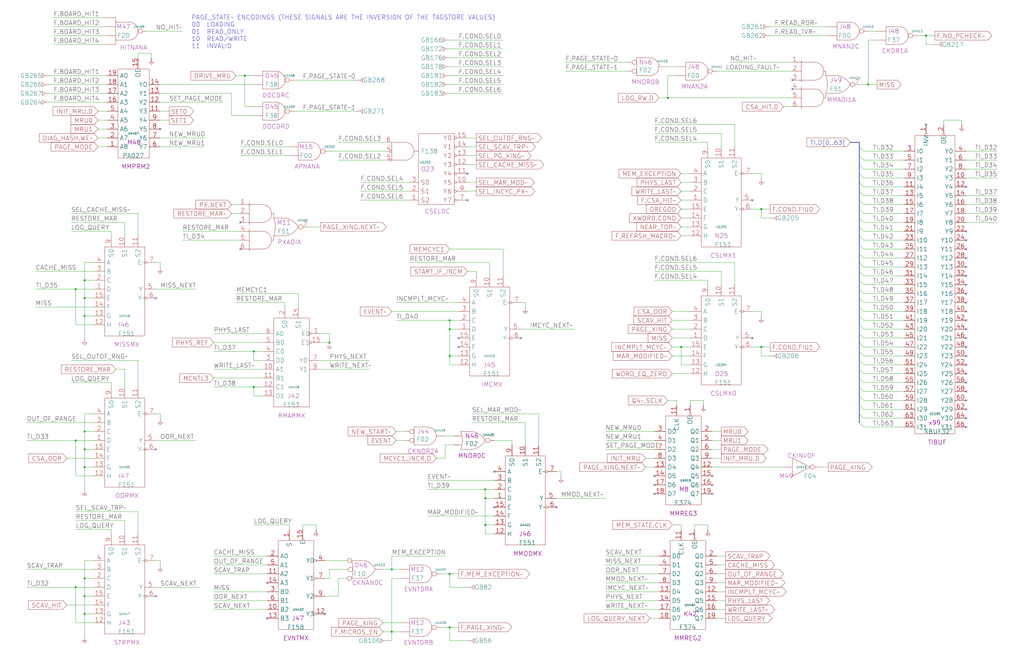
<source format=kicad_sch>
(kicad_sch (version 20230121) (generator eeschema)
  (paper "User" 584.2 378.46)
  (title_block (title "MEMORY WRITE MONITOR") (date "20-MAR-90") (rev "1.0") (comment 1 "FIU") (comment 2 "232-003065") (comment 3 "S400") (comment 4 "RELEASED"))
  (junction (at 48.26 350.52))
  (junction (at 434.34 119.38))
  (junction (at 223.52 325.12))
  (junction (at 144.78 200.66))
  (junction (at 48.26 330.2))
  (junction (at 256.54 182.88))
  (junction (at 48.26 160.02))
  (junction (at 495.3 48.26))
  (junction (at 256.54 203.2))
  (junction (at 48.26 340.36))
  (junction (at 48.26 266.7))
  (junction (at 144.78 220.98))
  (junction (at 256.54 327.66))
  (junction (at 276.86 284.48))
  (junction (at 43.18 251.46))
  (junction (at 43.18 335.28))
  (junction (at 48.26 170.18))
  (junction (at 276.86 299.72))
  (junction (at 528.32 20.32))
  (junction (at 139.7 43.18))
  (junction (at 43.18 165.1))
  (junction (at 48.26 246.38))
  (junction (at 256.54 187.96))
  (junction (at 187.96 195.58))
  (junction (at 48.26 256.54))
  (junction (at 256.54 358.14))
  (junction (at 381 55.88))
  (junction (at 223.52 360.68))
  (junction (at 276.86 279.4))
  (junction (at 434.34 198.12))
  (junction (at 388.62 198.12))
  (junction (at 48.26 180.34))
  (no_connect (at 373.38 271.78))
  (no_connect (at 551.18 218.44))
  (no_connect (at 551.18 137.16))
  (no_connect (at 261.62 198.12))
  (no_connect (at 137.16 127))
  (no_connect (at 551.18 147.32))
  (no_connect (at 266.7 114.3))
  (no_connect (at 551.18 162.56))
  (no_connect (at 373.38 276.86))
  (no_connect (at 551.18 213.36))
  (no_connect (at 551.18 193.04))
  (no_connect (at 452.12 45.72))
  (no_connect (at 551.18 152.4))
  (no_connect (at 551.18 132.08))
  (no_connect (at 551.18 157.48))
  (no_connect (at 406.4 276.86))
  (no_connect (at 88.9 256.54))
  (no_connect (at 551.18 223.52))
  (no_connect (at 551.18 142.24))
  (no_connect (at 152.4 353.06))
  (no_connect (at 373.38 281.94))
  (no_connect (at 551.18 172.72))
  (no_connect (at 281.94 269.24))
  (no_connect (at 551.18 233.68))
  (no_connect (at 317.5 289.56))
  (no_connect (at 185.42 350.52))
  (no_connect (at 281.94 289.56))
  (no_connect (at 551.18 203.2))
  (no_connect (at 406.4 281.94))
  (no_connect (at 551.18 228.6))
  (no_connect (at 551.18 243.84))
  (no_connect (at 551.18 208.28))
  (no_connect (at 551.18 106.68))
  (no_connect (at 551.18 187.96))
  (no_connect (at 551.18 167.64))
  (no_connect (at 88.9 340.36))
  (no_connect (at 152.4 332.74))
  (no_connect (at 551.18 238.76))
  (no_connect (at 261.62 193.04))
  (no_connect (at 528.32 71.12))
  (no_connect (at 452.12 50.8))
  (no_connect (at 406.4 271.78))
  (no_connect (at 429.26 193.04))
  (no_connect (at 88.9 170.18))
  (no_connect (at 91.44 73.66))
  (no_connect (at 551.18 182.88))
  (no_connect (at 429.26 114.3))
  (no_connect (at 551.18 198.12))
  (no_connect (at 297.18 193.04))
  (no_connect (at 266.7 99.06))
  (no_connect (at 551.18 177.8))
  (no_connect (at 137.16 142.24))
  (bus_entry (at 490.22 129.54) (size 2.54 2.54))
  (bus_entry (at 490.22 195.58) (size 2.54 2.54))
  (bus_entry (at 490.22 215.9) (size 2.54 2.54))
  (bus_entry (at 490.22 144.78) (size 2.54 2.54))
  (bus_entry (at 490.22 180.34) (size 2.54 2.54))
  (bus_entry (at 490.22 205.74) (size 2.54 2.54))
  (bus_entry (at 490.22 185.42) (size 2.54 2.54))
  (bus_entry (at 490.22 93.98) (size 2.54 2.54))
  (bus_entry (at 490.22 226.06) (size 2.54 2.54))
  (bus_entry (at 490.22 114.3) (size 2.54 2.54))
  (bus_entry (at 490.22 165.1) (size 2.54 2.54))
  (bus_entry (at 490.22 149.86) (size 2.54 2.54))
  (bus_entry (at 490.22 109.22) (size 2.54 2.54))
  (bus_entry (at 490.22 220.98) (size 2.54 2.54))
  (bus_entry (at 490.22 124.46) (size 2.54 2.54))
  (bus_entry (at 490.22 134.62) (size 2.54 2.54))
  (bus_entry (at 490.22 88.9) (size 2.54 2.54))
  (bus_entry (at 490.22 119.38) (size 2.54 2.54))
  (bus_entry (at 490.22 200.66) (size 2.54 2.54))
  (bus_entry (at 490.22 210.82) (size 2.54 2.54))
  (bus_entry (at 490.22 99.06) (size 2.54 2.54))
  (bus_entry (at 490.22 231.14) (size 2.54 2.54))
  (bus_entry (at 490.22 241.3) (size 2.54 2.54))
  (bus_entry (at 490.22 236.22) (size 2.54 2.54))
  (bus_entry (at 490.22 104.14) (size 2.54 2.54))
  (bus_entry (at 490.22 83.82) (size 2.54 2.54))
  (bus_entry (at 490.22 160.02) (size 2.54 2.54))
  (bus_entry (at 490.22 170.18) (size 2.54 2.54))
  (bus_entry (at 490.22 175.26) (size 2.54 2.54))
  (bus_entry (at 490.22 154.94) (size 2.54 2.54))
  (bus_entry (at 490.22 139.7) (size 2.54 2.54))
  (bus_entry (at 490.22 190.5) (size 2.54 2.54))
  (wire (pts (xy 271.78 157.48) (xy 271.78 154.94)))
  (wire (pts (xy 48.26 180.34) (xy 53.34 180.34)))
  (wire (pts (xy 223.52 330.2) (xy 223.52 360.68)))
  (wire (pts (xy 388.62 208.28) (xy 388.62 198.12)))
  (wire (pts (xy 185.42 320.04) (xy 198.12 320.04)))
  (wire (pts (xy 381 43.18) (xy 381 55.88)))
  (wire (pts (xy 78.74 134.62) (xy 78.74 121.92)))
  (wire (pts (xy 383.54 213.36) (xy 393.7 213.36)))
  (wire (pts (xy 411.48 162.56) (xy 411.48 154.94)))
  (wire (pts (xy 276.86 279.4) (xy 281.94 279.4)))
  (wire (pts (xy 256.54 358.14) (xy 261.62 358.14)))
  (wire (pts (xy 419.1 71.12) (xy 373.38 71.12)))
  (wire (pts (xy 266.7 78.74) (xy 271.78 78.74)))
  (wire (pts (xy 198.12 330.2) (xy 193.04 330.2)))
  (wire (pts (xy 388.62 124.46) (xy 393.7 124.46)))
  (bus (pts (xy 490.22 119.38) (xy 490.22 124.46)))
  (wire (pts (xy 429.26 198.12) (xy 434.34 198.12)))
  (bus (pts (xy 490.22 185.42) (xy 490.22 190.5)))
  (wire (pts (xy 434.34 119.38) (xy 439.42 119.38)))
  (wire (pts (xy 162.56 175.26) (xy 162.56 172.72)))
  (wire (pts (xy 368.3 261.62) (xy 373.38 261.62)))
  (wire (pts (xy 144.78 220.98) (xy 149.86 220.98)))
  (wire (pts (xy 256.54 203.2) (xy 261.62 203.2)))
  (wire (pts (xy 256.54 27.94) (xy 287.02 27.94)))
  (wire (pts (xy 373.38 160.02) (xy 403.86 160.02)))
  (wire (pts (xy 307.34 254) (xy 307.34 236.22)))
  (wire (pts (xy 48.26 170.18) (xy 53.34 170.18)))
  (wire (pts (xy 297.18 187.96) (xy 327.66 187.96)))
  (wire (pts (xy 408.94 342.9) (xy 414.02 342.9)))
  (wire (pts (xy 20.32 165.1) (xy 43.18 165.1)))
  (wire (pts (xy 401.32 228.6) (xy 393.7 228.6)))
  (wire (pts (xy 205.74 114.3) (xy 233.68 114.3)))
  (wire (pts (xy 218.44 355.6) (xy 228.6 355.6)))
  (wire (pts (xy 182.88 205.74) (xy 210.82 205.74)))
  (wire (pts (xy 515.62 142.24) (xy 492.76 142.24)))
  (wire (pts (xy 149.86 205.74) (xy 144.78 205.74)))
  (wire (pts (xy 251.46 327.66) (xy 256.54 327.66)))
  (wire (pts (xy 137.16 83.82) (xy 165.1 83.82)))
  (wire (pts (xy 276.86 299.72) (xy 281.94 299.72)))
  (wire (pts (xy 551.18 127) (xy 568.96 127)))
  (wire (pts (xy 182.88 190.5) (xy 187.96 190.5)))
  (wire (pts (xy 78.74 292.1) (xy 43.18 292.1)))
  (wire (pts (xy 528.32 20.32) (xy 528.32 25.4)))
  (wire (pts (xy 180.34 299.72) (xy 180.34 302.26)))
  (wire (pts (xy 523.24 20.32) (xy 528.32 20.32)))
  (wire (pts (xy 299.72 254) (xy 299.72 241.3)))
  (wire (pts (xy 439.42 203.2) (xy 434.34 203.2)))
  (wire (pts (xy 78.74 205.74) (xy 40.64 205.74)))
  (wire (pts (xy 43.18 271.78) (xy 43.18 251.46)))
  (bus (pts (xy 490.22 83.82) (xy 490.22 88.9)))
  (wire (pts (xy 515.62 137.16) (xy 492.76 137.16)))
  (wire (pts (xy 403.86 299.72) (xy 403.86 302.26)))
  (wire (pts (xy 403.86 162.56) (xy 403.86 160.02)))
  (wire (pts (xy 104.14 137.16) (xy 137.16 137.16)))
  (wire (pts (xy 187.96 190.5) (xy 187.96 195.58)))
  (wire (pts (xy 226.06 182.88) (xy 256.54 182.88)))
  (wire (pts (xy 48.26 330.2) (xy 48.26 340.36)))
  (wire (pts (xy 388.62 104.14) (xy 393.7 104.14)))
  (wire (pts (xy 172.72 299.72) (xy 180.34 299.72)))
  (wire (pts (xy 48.26 160.02) (xy 48.26 170.18)))
  (wire (pts (xy 121.92 195.58) (xy 149.86 195.58)))
  (wire (pts (xy 121.92 322.58) (xy 152.4 322.58)))
  (wire (pts (xy 495.3 48.26) (xy 495.3 22.86)))
  (wire (pts (xy 345.44 347.98) (xy 375.92 347.98)))
  (wire (pts (xy 205.74 104.14) (xy 233.68 104.14)))
  (wire (pts (xy 256.54 187.96) (xy 256.54 182.88)))
  (wire (pts (xy 38.1 345.44) (xy 53.34 345.44)))
  (wire (pts (xy 388.62 129.54) (xy 393.7 129.54)))
  (bus (pts (xy 490.22 210.82) (xy 490.22 215.9)))
  (wire (pts (xy 515.62 116.84) (xy 492.76 116.84)))
  (wire (pts (xy 383.54 177.8) (xy 393.7 177.8)))
  (wire (pts (xy 48.26 246.38) (xy 53.34 246.38)))
  (wire (pts (xy 55.88 73.66) (xy 60.96 73.66)))
  (wire (pts (xy 223.52 360.68) (xy 223.52 365.76)))
  (wire (pts (xy 63.5 218.44) (xy 40.64 218.44)))
  (wire (pts (xy 388.62 134.62) (xy 393.7 134.62)))
  (wire (pts (xy 256.54 327.66) (xy 261.62 327.66)))
  (wire (pts (xy 292.1 251.46) (xy 281.94 251.46)))
  (wire (pts (xy 20.32 154.94) (xy 53.34 154.94)))
  (wire (pts (xy 43.18 165.1) (xy 53.34 165.1)))
  (wire (pts (xy 104.14 132.08) (xy 137.16 132.08)))
  (wire (pts (xy 91.44 322.58) (xy 91.44 320.04)))
  (wire (pts (xy 406.4 261.62) (xy 411.48 261.62)))
  (bus (pts (xy 490.22 129.54) (xy 490.22 134.62)))
  (wire (pts (xy 551.18 116.84) (xy 568.96 116.84)))
  (wire (pts (xy 91.44 68.58) (xy 96.52 68.58)))
  (wire (pts (xy 515.62 157.48) (xy 492.76 157.48)))
  (wire (pts (xy 386.08 231.14) (xy 386.08 228.6)))
  (wire (pts (xy 27.94 48.26) (xy 60.96 48.26)))
  (bus (pts (xy 490.22 175.26) (xy 490.22 180.34)))
  (wire (pts (xy 403.86 299.72) (xy 396.24 299.72)))
  (wire (pts (xy 447.04 60.96) (xy 452.12 60.96)))
  (wire (pts (xy 256.54 208.28) (xy 256.54 203.2)))
  (wire (pts (xy 281.94 304.8) (xy 276.86 304.8)))
  (wire (pts (xy 121.92 200.66) (xy 144.78 200.66)))
  (wire (pts (xy 134.62 43.18) (xy 139.7 43.18)))
  (wire (pts (xy 490.22 48.26) (xy 495.3 48.26)))
  (wire (pts (xy 381 55.88) (xy 375.92 55.88)))
  (wire (pts (xy 48.26 340.36) (xy 48.26 350.52)))
  (wire (pts (xy 259.08 254) (xy 254 254)))
  (wire (pts (xy 175.26 129.54) (xy 182.88 129.54)))
  (wire (pts (xy 228.6 330.2) (xy 223.52 330.2)))
  (wire (pts (xy 408.94 317.5) (xy 414.02 317.5)))
  (bus (pts (xy 490.22 205.74) (xy 490.22 210.82)))
  (wire (pts (xy 299.72 241.3) (xy 269.24 241.3)))
  (wire (pts (xy 383.54 198.12) (xy 388.62 198.12)))
  (wire (pts (xy 345.44 342.9) (xy 375.92 342.9)))
  (wire (pts (xy 121.92 342.9) (xy 152.4 342.9)))
  (wire (pts (xy 515.62 238.76) (xy 492.76 238.76)))
  (wire (pts (xy 193.04 340.36) (xy 185.42 340.36)))
  (wire (pts (xy 292.1 254) (xy 292.1 251.46)))
  (wire (pts (xy 170.18 175.26) (xy 170.18 167.64)))
  (wire (pts (xy 53.34 185.42) (xy 43.18 185.42)))
  (wire (pts (xy 383.54 182.88) (xy 393.7 182.88)))
  (wire (pts (xy 408.94 322.58) (xy 414.02 322.58)))
  (wire (pts (xy 416.56 35.56) (xy 452.12 35.56)))
  (wire (pts (xy 515.62 177.8) (xy 492.76 177.8)))
  (wire (pts (xy 71.12 210.82) (xy 66.04 210.82)))
  (bus (pts (xy 490.22 180.34) (xy 490.22 185.42)))
  (wire (pts (xy 266.7 335.28) (xy 256.54 335.28)))
  (wire (pts (xy 48.26 256.54) (xy 48.26 266.7)))
  (wire (pts (xy 226.06 251.46) (xy 231.14 251.46)))
  (wire (pts (xy 30.48 10.16) (xy 60.96 10.16)))
  (wire (pts (xy 299.72 175.26) (xy 299.72 172.72)))
  (wire (pts (xy 149.86 226.06) (xy 144.78 226.06)))
  (wire (pts (xy 548.64 68.58) (xy 538.48 68.58)))
  (wire (pts (xy 345.44 246.38) (xy 373.38 246.38)))
  (wire (pts (xy 287.02 157.48) (xy 287.02 142.24)))
  (wire (pts (xy 406.4 246.38) (xy 411.48 246.38)))
  (wire (pts (xy 408.94 353.06) (xy 414.02 353.06)))
  (wire (pts (xy 515.62 233.68) (xy 492.76 233.68)))
  (wire (pts (xy 91.44 63.5) (xy 96.52 63.5)))
  (wire (pts (xy 53.34 320.04) (xy 48.26 320.04)))
  (wire (pts (xy 419.1 83.82) (xy 419.1 71.12)))
  (wire (pts (xy 256.54 53.34) (xy 287.02 53.34)))
  (wire (pts (xy 434.34 177.8) (xy 434.34 180.34)))
  (wire (pts (xy 345.44 322.58) (xy 375.92 322.58)))
  (wire (pts (xy 254 248.92) (xy 259.08 248.92)))
  (wire (pts (xy 30.48 25.4) (xy 60.96 25.4)))
  (wire (pts (xy 48.26 320.04) (xy 48.26 330.2)))
  (wire (pts (xy 165.1 302.26) (xy 165.1 299.72)))
  (wire (pts (xy 40.64 132.08) (xy 63.5 132.08)))
  (wire (pts (xy 48.26 170.18) (xy 48.26 180.34)))
  (wire (pts (xy 373.38 76.2) (xy 411.48 76.2)))
  (bus (pts (xy 490.22 114.3) (xy 490.22 119.38)))
  (wire (pts (xy 53.34 271.78) (xy 43.18 271.78)))
  (wire (pts (xy 187.96 330.2) (xy 185.42 330.2)))
  (wire (pts (xy 320.04 269.24) (xy 317.5 269.24)))
  (wire (pts (xy 256.54 187.96) (xy 261.62 187.96)))
  (wire (pts (xy 515.62 223.52) (xy 492.76 223.52)))
  (wire (pts (xy 48.26 180.34) (xy 48.26 193.04)))
  (wire (pts (xy 48.26 236.22) (xy 48.26 246.38)))
  (wire (pts (xy 48.26 350.52) (xy 53.34 350.52)))
  (wire (pts (xy 383.54 187.96) (xy 393.7 187.96)))
  (wire (pts (xy 63.5 134.62) (xy 63.5 132.08)))
  (wire (pts (xy 408.94 347.98) (xy 414.02 347.98)))
  (bus (pts (xy 490.22 99.06) (xy 490.22 104.14)))
  (wire (pts (xy 182.88 210.82) (xy 210.82 210.82)))
  (wire (pts (xy 515.62 213.36) (xy 492.76 213.36)))
  (wire (pts (xy 38.1 261.62) (xy 53.34 261.62)))
  (wire (pts (xy 78.74 121.92) (xy 40.64 121.92)))
  (wire (pts (xy 551.18 96.52) (xy 568.96 96.52)))
  (wire (pts (xy 276.86 284.48) (xy 281.94 284.48)))
  (wire (pts (xy 256.54 48.26) (xy 287.02 48.26)))
  (wire (pts (xy 515.62 172.72) (xy 492.76 172.72)))
  (wire (pts (xy 515.62 162.56) (xy 492.76 162.56)))
  (wire (pts (xy 515.62 127) (xy 492.76 127)))
  (wire (pts (xy 193.04 91.44) (xy 220.98 91.44)))
  (wire (pts (xy 256.54 365.76) (xy 256.54 358.14)))
  (wire (pts (xy 91.44 149.86) (xy 91.44 152.4)))
  (wire (pts (xy 495.3 22.86) (xy 500.38 22.86)))
  (wire (pts (xy 261.62 208.28) (xy 256.54 208.28)))
  (wire (pts (xy 55.88 68.58) (xy 60.96 68.58)))
  (wire (pts (xy 266.7 83.82) (xy 271.78 83.82)))
  (wire (pts (xy 495.3 17.78) (xy 500.38 17.78)))
  (wire (pts (xy 383.54 203.2) (xy 393.7 203.2)))
  (wire (pts (xy 48.26 149.86) (xy 48.26 160.02)))
  (wire (pts (xy 48.26 266.7) (xy 53.34 266.7)))
  (wire (pts (xy 515.62 182.88) (xy 492.76 182.88)))
  (wire (pts (xy 317.5 284.48) (xy 345.44 284.48)))
  (wire (pts (xy 193.04 81.28) (xy 220.98 81.28)))
  (wire (pts (xy 48.26 256.54) (xy 53.34 256.54)))
  (wire (pts (xy 223.52 317.5) (xy 223.52 325.12)))
  (wire (pts (xy 408.94 327.66) (xy 414.02 327.66)))
  (wire (pts (xy 121.92 210.82) (xy 149.86 210.82)))
  (wire (pts (xy 251.46 358.14) (xy 256.54 358.14)))
  (wire (pts (xy 256.54 182.88) (xy 261.62 182.88)))
  (wire (pts (xy 88.9 320.04) (xy 91.44 320.04)))
  (wire (pts (xy 393.7 228.6) (xy 393.7 231.14)))
  (wire (pts (xy 345.44 317.5) (xy 375.92 317.5)))
  (wire (pts (xy 276.86 299.72) (xy 276.86 284.48)))
  (wire (pts (xy 515.62 147.32) (xy 492.76 147.32)))
  (wire (pts (xy 254 261.62) (xy 248.92 261.62)))
  (wire (pts (xy 78.74 30.48) (xy 78.74 33.02)))
  (wire (pts (xy 48.26 160.02) (xy 53.34 160.02)))
  (bus (pts (xy 490.22 190.5) (xy 490.22 195.58)))
  (wire (pts (xy 266.7 93.98) (xy 271.78 93.98)))
  (wire (pts (xy 515.62 101.6) (xy 492.76 101.6)))
  (wire (pts (xy 515.62 152.4) (xy 492.76 152.4)))
  (wire (pts (xy 345.44 251.46) (xy 373.38 251.46)))
  (wire (pts (xy 20.32 175.26) (xy 53.34 175.26)))
  (wire (pts (xy 408.94 332.74) (xy 414.02 332.74)))
  (wire (pts (xy 48.26 266.7) (xy 48.26 279.4)))
  (bus (pts (xy 490.22 144.78) (xy 490.22 149.86)))
  (wire (pts (xy 43.18 335.28) (xy 53.34 335.28)))
  (wire (pts (xy 429.26 119.38) (xy 434.34 119.38)))
  (wire (pts (xy 48.26 350.52) (xy 48.26 363.22)))
  (wire (pts (xy 88.9 165.1) (xy 111.76 165.1)))
  (bus (pts (xy 490.22 134.62) (xy 490.22 139.7)))
  (wire (pts (xy 299.72 172.72) (xy 297.18 172.72)))
  (wire (pts (xy 429.26 177.8) (xy 434.34 177.8)))
  (wire (pts (xy 403.86 83.82) (xy 403.86 81.28)))
  (wire (pts (xy 71.12 220.98) (xy 71.12 210.82)))
  (wire (pts (xy 132.08 116.84) (xy 137.16 116.84)))
  (wire (pts (xy 205.74 109.22) (xy 233.68 109.22)))
  (wire (pts (xy 218.44 325.12) (xy 223.52 325.12)))
  (wire (pts (xy 287.02 142.24) (xy 256.54 142.24)))
  (wire (pts (xy 254 317.5) (xy 223.52 317.5)))
  (wire (pts (xy 170.18 167.64) (xy 134.62 167.64)))
  (wire (pts (xy 134.62 172.72) (xy 162.56 172.72)))
  (wire (pts (xy 515.62 203.2) (xy 492.76 203.2)))
  (wire (pts (xy 411.48 83.82) (xy 411.48 76.2)))
  (wire (pts (xy 345.44 327.66) (xy 375.92 327.66)))
  (wire (pts (xy 27.94 43.18) (xy 60.96 43.18)))
  (wire (pts (xy 226.06 246.38) (xy 231.14 246.38)))
  (wire (pts (xy 254 254) (xy 254 261.62)))
  (wire (pts (xy 551.18 121.92) (xy 568.96 121.92)))
  (wire (pts (xy 429.26 99.06) (xy 434.34 99.06)))
  (wire (pts (xy 63.5 304.8) (xy 63.5 302.26)))
  (wire (pts (xy 91.44 78.74) (xy 116.84 78.74)))
  (wire (pts (xy 388.62 99.06) (xy 393.7 99.06)))
  (wire (pts (xy 434.34 198.12) (xy 439.42 198.12)))
  (wire (pts (xy 388.62 109.22) (xy 393.7 109.22)))
  (wire (pts (xy 434.34 99.06) (xy 434.34 101.6)))
  (wire (pts (xy 266.7 154.94) (xy 271.78 154.94)))
  (wire (pts (xy 345.44 332.74) (xy 375.92 332.74)))
  (wire (pts (xy 515.62 132.08) (xy 492.76 132.08)))
  (wire (pts (xy 528.32 25.4) (xy 533.4 25.4)))
  (wire (pts (xy 144.78 66.04) (xy 132.08 66.04)))
  (wire (pts (xy 15.24 335.28) (xy 43.18 335.28)))
  (wire (pts (xy 233.68 149.86) (xy 279.4 149.86)))
  (wire (pts (xy 71.12 304.8) (xy 71.12 297.18)))
  (wire (pts (xy 43.18 251.46) (xy 53.34 251.46)))
  (wire (pts (xy 393.7 208.28) (xy 388.62 208.28)))
  (wire (pts (xy 515.62 187.96) (xy 492.76 187.96)))
  (wire (pts (xy 182.88 195.58) (xy 187.96 195.58)))
  (wire (pts (xy 381 55.88) (xy 452.12 55.88)))
  (wire (pts (xy 223.52 360.68) (xy 228.6 360.68)))
  (wire (pts (xy 53.34 149.86) (xy 48.26 149.86)))
  (wire (pts (xy 515.62 198.12) (xy 492.76 198.12)))
  (wire (pts (xy 144.78 226.06) (xy 144.78 220.98)))
  (wire (pts (xy 88.9 149.86) (xy 91.44 149.86)))
  (wire (pts (xy 345.44 256.54) (xy 373.38 256.54)))
  (wire (pts (xy 15.24 251.46) (xy 43.18 251.46)))
  (wire (pts (xy 91.44 58.42) (xy 127 58.42)))
  (wire (pts (xy 368.3 266.7) (xy 373.38 266.7)))
  (wire (pts (xy 551.18 111.76) (xy 568.96 111.76)))
  (wire (pts (xy 187.96 325.12) (xy 187.96 330.2)))
  (wire (pts (xy 434.34 203.2) (xy 434.34 198.12)))
  (wire (pts (xy 243.84 274.32) (xy 281.94 274.32)))
  (wire (pts (xy 88.9 236.22) (xy 91.44 236.22)))
  (wire (pts (xy 132.08 66.04) (xy 132.08 53.34)))
  (wire (pts (xy 121.92 190.5) (xy 149.86 190.5)))
  (wire (pts (xy 515.62 86.36) (xy 492.76 86.36)))
  (wire (pts (xy 27.94 58.42) (xy 60.96 58.42)))
  (bus (pts (xy 490.22 104.14) (xy 490.22 109.22)))
  (wire (pts (xy 15.24 325.12) (xy 53.34 325.12)))
  (wire (pts (xy 15.24 241.3) (xy 53.34 241.3)))
  (wire (pts (xy 40.64 127) (xy 71.12 127)))
  (wire (pts (xy 48.26 340.36) (xy 53.34 340.36)))
  (wire (pts (xy 406.4 251.46) (xy 411.48 251.46)))
  (wire (pts (xy 419.1 149.86) (xy 373.38 149.86)))
  (wire (pts (xy 439.42 124.46) (xy 434.34 124.46)))
  (wire (pts (xy 406.4 256.54) (xy 411.48 256.54)))
  (wire (pts (xy 165.1 299.72) (xy 144.78 299.72)))
  (wire (pts (xy 55.88 63.5) (xy 60.96 63.5)))
  (wire (pts (xy 30.48 20.32) (xy 60.96 20.32)))
  (wire (pts (xy 396.24 299.72) (xy 396.24 302.26)))
  (wire (pts (xy 144.78 205.74) (xy 144.78 200.66)))
  (bus (pts (xy 490.22 149.86) (xy 490.22 154.94)))
  (wire (pts (xy 63.5 220.98) (xy 63.5 218.44)))
  (bus (pts (xy 490.22 154.94) (xy 490.22 160.02)))
  (wire (pts (xy 388.62 302.26) (xy 388.62 299.72)))
  (wire (pts (xy 548.64 71.12) (xy 548.64 68.58)))
  (wire (pts (xy 53.34 355.6) (xy 43.18 355.6)))
  (wire (pts (xy 515.62 106.68) (xy 492.76 106.68)))
  (bus (pts (xy 490.22 195.58) (xy 490.22 200.66)))
  (wire (pts (xy 256.54 33.02) (xy 287.02 33.02)))
  (wire (pts (xy 86.36 33.02) (xy 86.36 30.48)))
  (wire (pts (xy 144.78 200.66) (xy 149.86 200.66)))
  (wire (pts (xy 388.62 299.72) (xy 383.54 299.72)))
  (bus (pts (xy 490.22 93.98) (xy 490.22 99.06)))
  (wire (pts (xy 322.58 40.64) (xy 358.14 40.64)))
  (wire (pts (xy 167.64 63.5) (xy 203.2 63.5)))
  (wire (pts (xy 551.18 101.6) (xy 568.96 101.6)))
  (wire (pts (xy 515.62 91.44) (xy 492.76 91.44)))
  (wire (pts (xy 91.44 236.22) (xy 91.44 238.76)))
  (wire (pts (xy 71.12 127) (xy 71.12 134.62)))
  (wire (pts (xy 226.06 172.72) (xy 261.62 172.72)))
  (wire (pts (xy 243.84 279.4) (xy 276.86 279.4)))
  (bus (pts (xy 490.22 83.82) (xy 490.22 81.28)))
  (wire (pts (xy 223.52 325.12) (xy 228.6 325.12)))
  (wire (pts (xy 515.62 208.28) (xy 492.76 208.28)))
  (wire (pts (xy 388.62 119.38) (xy 393.7 119.38)))
  (wire (pts (xy 495.3 48.26) (xy 500.38 48.26)))
  (wire (pts (xy 276.86 284.48) (xy 276.86 279.4)))
  (wire (pts (xy 83.82 17.78) (xy 104.14 17.78)))
  (wire (pts (xy 266.7 365.76) (xy 256.54 365.76)))
  (wire (pts (xy 55.88 83.82) (xy 60.96 83.82)))
  (wire (pts (xy 121.92 347.98) (xy 152.4 347.98)))
  (wire (pts (xy 386.08 228.6) (xy 381 228.6)))
  (wire (pts (xy 515.62 193.04) (xy 492.76 193.04)))
  (wire (pts (xy 408.94 40.64) (xy 452.12 40.64)))
  (wire (pts (xy 373.38 154.94) (xy 411.48 154.94)))
  (wire (pts (xy 515.62 218.44) (xy 492.76 218.44)))
  (wire (pts (xy 256.54 43.18) (xy 287.02 43.18)))
  (bus (pts (xy 490.22 160.02) (xy 490.22 165.1)))
  (wire (pts (xy 43.18 185.42) (xy 43.18 165.1)))
  (wire (pts (xy 91.44 48.26) (xy 144.78 48.26)))
  (wire (pts (xy 515.62 228.6) (xy 492.76 228.6)))
  (wire (pts (xy 43.18 302.26) (xy 63.5 302.26)))
  (wire (pts (xy 528.32 20.32) (xy 533.4 20.32)))
  (wire (pts (xy 55.88 78.74) (xy 60.96 78.74)))
  (wire (pts (xy 27.94 53.34) (xy 60.96 53.34)))
  (wire (pts (xy 388.62 114.3) (xy 393.7 114.3)))
  (bus (pts (xy 490.22 226.06) (xy 490.22 231.14)))
  (wire (pts (xy 515.62 121.92) (xy 492.76 121.92)))
  (wire (pts (xy 132.08 121.92) (xy 137.16 121.92)))
  (wire (pts (xy 434.34 124.46) (xy 434.34 119.38)))
  (wire (pts (xy 91.44 83.82) (xy 116.84 83.82)))
  (wire (pts (xy 121.92 337.82) (xy 152.4 337.82)))
  (wire (pts (xy 48.26 246.38) (xy 48.26 256.54)))
  (wire (pts (xy 172.72 302.26) (xy 172.72 299.72)))
  (wire (pts (xy 373.38 81.28) (xy 403.86 81.28)))
  (bus (pts (xy 490.22 165.1) (xy 490.22 170.18)))
  (wire (pts (xy 88.9 251.46) (xy 111.76 251.46)))
  (bus (pts (xy 490.22 139.7) (xy 490.22 144.78)))
  (wire (pts (xy 320.04 271.78) (xy 320.04 269.24)))
  (wire (pts (xy 144.78 60.96) (xy 139.7 60.96)))
  (wire (pts (xy 43.18 297.18) (xy 71.12 297.18)))
  (wire (pts (xy 388.62 198.12) (xy 393.7 198.12)))
  (wire (pts (xy 78.74 30.48) (xy 86.36 30.48)))
  (wire (pts (xy 193.04 330.2) (xy 193.04 340.36)))
  (wire (pts (xy 408.94 337.82) (xy 414.02 337.82)))
  (wire (pts (xy 266.7 109.22) (xy 271.78 109.22)))
  (wire (pts (xy 266.7 104.14) (xy 271.78 104.14)))
  (wire (pts (xy 345.44 337.82) (xy 375.92 337.82)))
  (bus (pts (xy 490.22 109.22) (xy 490.22 114.3)))
  (wire (pts (xy 121.92 215.9) (xy 149.86 215.9)))
  (wire (pts (xy 30.48 15.24) (xy 60.96 15.24)))
  (wire (pts (xy 467.36 266.7) (xy 472.44 266.7)))
  (bus (pts (xy 490.22 220.98) (xy 490.22 226.06)))
  (wire (pts (xy 256.54 22.86) (xy 287.02 22.86)))
  (wire (pts (xy 139.7 43.18) (xy 144.78 43.18)))
  (wire (pts (xy 322.58 35.56) (xy 358.14 35.56)))
  (wire (pts (xy 121.92 327.66) (xy 152.4 327.66)))
  (bus (pts (xy 490.22 170.18) (xy 490.22 175.26)))
  (wire (pts (xy 198.12 325.12) (xy 187.96 325.12)))
  (wire (pts (xy 279.4 157.48) (xy 279.4 149.86)))
  (wire (pts (xy 132.08 53.34) (xy 91.44 53.34)))
  (wire (pts (xy 43.18 355.6) (xy 43.18 335.28)))
  (wire (pts (xy 78.74 304.8) (xy 78.74 292.1)))
  (wire (pts (xy 515.62 167.64) (xy 492.76 167.64)))
  (wire (pts (xy 515.62 96.52) (xy 492.76 96.52)))
  (wire (pts (xy 439.42 15.24) (xy 472.44 15.24)))
  (wire (pts (xy 88.9 335.28) (xy 114.3 335.28)))
  (wire (pts (xy 383.54 193.04) (xy 393.7 193.04)))
  (wire (pts (xy 167.64 45.72) (xy 203.2 45.72)))
  (bus (pts (xy 490.22 215.9) (xy 490.22 220.98)))
  (wire (pts (xy 256.54 335.28) (xy 256.54 327.66)))
  (wire (pts (xy 223.52 365.76) (xy 220.98 365.76)))
  (bus (pts (xy 490.22 231.14) (xy 490.22 236.22)))
  (wire (pts (xy 551.18 91.44) (xy 568.96 91.44)))
  (wire (pts (xy 121.92 317.5) (xy 152.4 317.5)))
  (wire (pts (xy 137.16 88.9) (xy 165.1 88.9)))
  (wire (pts (xy 406.4 266.7) (xy 447.04 266.7)))
  (wire (pts (xy 78.74 220.98) (xy 78.74 205.74)))
  (wire (pts (xy 386.08 43.18) (xy 381 43.18)))
  (wire (pts (xy 276.86 304.8) (xy 276.86 299.72)))
  (wire (pts (xy 139.7 60.96) (xy 139.7 43.18)))
  (bus (pts (xy 490.22 236.22) (xy 490.22 241.3)))
  (wire (pts (xy 439.42 20.32) (xy 472.44 20.32)))
  (bus (pts (xy 490.22 200.66) (xy 490.22 205.74)))
  (bus (pts (xy 490.22 124.46) (xy 490.22 129.54)))
  (wire (pts (xy 538.48 68.58) (xy 538.48 71.12)))
  (wire (pts (xy 256.54 203.2) (xy 256.54 187.96)))
  (wire (pts (xy 551.18 86.36) (xy 568.96 86.36)))
  (wire (pts (xy 381 38.1) (xy 386.08 38.1)))
  (wire (pts (xy 401.32 228.6) (xy 401.32 231.14)))
  (wire (pts (xy 515.62 243.84) (xy 492.76 243.84)))
  (wire (pts (xy 515.62 111.76) (xy 492.76 111.76)))
  (wire (pts (xy 243.84 294.64) (xy 281.94 294.64)))
  (wire (pts (xy 121.92 220.98) (xy 144.78 220.98)))
  (wire (pts (xy 266.7 88.9) (xy 271.78 88.9)))
  (wire (pts (xy 256.54 38.1) (xy 287.02 38.1)))
  (wire (pts (xy 187.96 86.36) (xy 220.98 86.36)))
  (wire (pts (xy 419.1 162.56) (xy 419.1 149.86)))
  (wire (pts (xy 218.44 360.68) (xy 223.52 360.68)))
  (bus (pts (xy 490.22 81.28) (xy 485.14 81.28)))
  (bus (pts (xy 490.22 88.9) (xy 490.22 93.98)))
  (wire (pts (xy 223.52 177.8) (xy 261.62 177.8)))
  (wire (pts (xy 48.26 330.2) (xy 53.34 330.2)))
  (wire (pts (xy 370.84 353.06) (xy 375.92 353.06)))
  (wire (pts (xy 307.34 236.22) (xy 269.24 236.22)))
  (wire (pts (xy 53.34 236.22) (xy 48.26 236.22)))
  (text "CONDITION SELECT   FIU CONDITION\n60                 MEM_EXCEPTION~\n61                 PHYSICAL_LAST~\n62                 WRITE_LAST\n63                 CSA_HIT\n64                 OFFSET_REGISTER_BIT0~\n65                 CROSS_WORD_FIELD~\n66                 NEAR_TOP_OF_PAGE\n67                 REFRESH_MACRO_EVENT\n68                 CONTROL_ADDRESS_OUT_OF_RANGE~\n69                 SCAVENGER_HIT~\n6A                 PAGE_CROSSING~\n6B                 CACHE_MISS~\n6C                 INCOMPLETE_MEMORY_CYCLE\n6D                 MAR_MODIFIED\n6E                 INCOMPLETE_MEMORY_CYCLE_FOR_PAGE_CROSSING\n6F                 MAR_WORD_EQUALS_ZERO~" (at 502.92 -7.62 0) (effects (font (size 2.54 2.54)) (justify left bottom)))
  (text "PAGE_STATE~ ENCODINGS (THESE SIGNALS ARE THE INVERSION OF THE TAGSTORE VALUES)\n00  LOADING\n01  READ_ONLY\n10  READ/WRITE\n11  INVALID" (at 109.22 27.94 0) (effects (font (size 2.54 2.54)) (justify left bottom)))
  (label "TI.D48" (at 497.84 167.64 0) (effects (font (size 2.54 2.54))))
  (label "F.READ_TVR~" (at 441.96 20.32 0) (effects (font (size 2.54 2.54))))
  (label "F.COND.SEL4" (at 373.38 160.02 0) (effects (font (size 2.54 2.54))))
  (label "IMCYC_NEXT~" (at 302.26 187.96 0) (effects (font (size 2.54 2.54))))
  (label "MISS" (at 121.92 337.82 0) (effects (font (size 2.54 2.54))))
  (label "F.COND.SEL2" (at 261.62 33.02 0) (effects (font (size 2.54 2.54))))
  (label "SCAV_NEXT" (at 345.44 317.5 0) (effects (font (size 2.54 2.54))))
  (label "SCAV_TRAP" (at 15.24 325.12 0) (effects (font (size 2.54 2.54))))
  (label "TI_D40" (at 226.06 182.88 0) (effects (font (size 2.54 2.54))))
  (label "MMOD_NEXT~" (at 320.04 284.48 0) (effects (font (size 2.54 2.54))))
  (label "F.COND.SEL6" (at 373.38 149.86 0) (effects (font (size 2.54 2.54))))
  (label "NEW_MRU1" (at 345.44 251.46 0) (effects (font (size 2.54 2.54))))
  (label "SET_PAGE_MODE" (at 96.52 58.42 0) (effects (font (size 2.54 2.54))))
  (label "NEW_MRU0" (at 345.44 246.38 0) (effects (font (size 2.54 2.54))))
  (label "TI_D33" (at 15.24 251.46 0) (effects (font (size 2.54 2.54))))
  (label "TI.D54" (at 497.84 198.12 0) (effects (font (size 2.54 2.54))))
  (label "OOR_NEXT" (at 91.44 251.46 0) (effects (font (size 2.54 2.54))))
  (label "F.PAGE_STATE~1" (at 322.58 40.64 0) (effects (font (size 2.54 2.54))))
  (label "F.COND.SEL5" (at 373.38 154.94 0) (effects (font (size 2.54 2.54))))
  (label "EVENT~" (at 243.84 274.32 0) (effects (font (size 2.54 2.54))))
  (label "SEL_SCAV_TRP~" (at 43.18 292.1 0) (effects (font (size 2.54 2.54))))
  (label "F.BOARD_HIT3" (at 30.48 53.34 0) (effects (font (size 2.54 2.54))))
  (label "F.BOARD_HIT3" (at 30.48 20.32 0) (effects (font (size 2.54 2.54))))
  (label "F.COND.SEL0" (at 261.62 22.86 0) (effects (font (size 2.54 2.54))))
  (label "TI_D38" (at 121.92 220.98 0) (effects (font (size 2.54 2.54))))
  (label "SCAV_TRAP" (at 121.92 327.66 0) (effects (font (size 2.54 2.54))))
  (label "TI_D37" (at 556.26 111.76 0) (effects (font (size 2.54 2.54))))
  (label "TI_D35" (at 20.32 165.1 0) (effects (font (size 2.54 2.54))))
  (label "F.COND.SEL3" (at 261.62 38.1 0) (effects (font (size 2.54 2.54))))
  (label "TI.D53" (at 497.84 193.04 0) (effects (font (size 2.54 2.54))))
  (label "WRITE_NEXT~" (at 345.44 347.98 0) (effects (font (size 2.54 2.54))))
  (label "F.PAGE_STATE~0" (at 322.58 35.56 0) (effects (font (size 2.54 2.54))))
  (label "F.COND.SEL5" (at 205.74 109.22 0) (effects (font (size 2.54 2.54))))
  (label "LOADING_FAULT~" (at 414.02 40.64 0) (effects (font (size 2.54 2.54))))
  (label "TI.D50" (at 497.84 177.8 0) (effects (font (size 2.54 2.54))))
  (label "NO_HIT~" (at 88.9 17.78 0) (effects (font (size 2.54 2.54))))
  (label "RESTORE_MAR" (at 134.62 172.72 0) (effects (font (size 2.54 2.54))))
  (label "OOR_NEXT" (at 345.44 327.66 0) (effects (font (size 2.54 2.54))))
  (label "F.COND.SEL3" (at 193.04 81.28 0) (effects (font (size 2.54 2.54))))
  (label "MAR_MODIFIED~" (at 243.84 294.64 0) (effects (font (size 2.54 2.54))))
  (label "TI_D39" (at 556.26 121.92 0) (effects (font (size 2.54 2.54))))
  (label "TI.D33" (at 497.84 91.44 0) (effects (font (size 2.54 2.54))))
  (label "SCAV_NEXT" (at 121.92 347.98 0) (effects (font (size 2.54 2.54))))
  (label "LOG_QUERY" (at 144.78 299.72 0) (effects (font (size 2.54 2.54))))
  (label "TI.D61" (at 497.84 233.68 0) (effects (font (size 2.54 2.54))))
  (label "TI.D56" (at 497.84 208.28 0) (effects (font (size 2.54 2.54))))
  (label "RESTORE_MAR" (at 43.18 297.18 0) (effects (font (size 2.54 2.54))))
  (label "RESTORE_MAR" (at 233.68 149.86 0) (effects (font (size 2.54 2.54))))
  (label "TI_D33" (at 556.26 91.44 0) (effects (font (size 2.54 2.54))))
  (label "TI_D38" (at 556.26 116.84 0) (effects (font (size 2.54 2.54))))
  (label "TI.D41" (at 497.84 132.08 0) (effects (font (size 2.54 2.54))))
  (label "F.BOARD_HIT1" (at 30.48 43.18 0) (effects (font (size 2.54 2.54))))
  (label "F.COND.SEL0" (at 137.16 83.82 0) (effects (font (size 2.54 2.54))))
  (label "NO_HIT~" (at 416.56 35.56 0) (effects (font (size 2.54 2.54))))
  (label "OUT_OF_RANGE" (at 15.24 241.3 0) (effects (font (size 2.54 2.54))))
  (label "CACHE_MISS" (at 20.32 154.94 0) (effects (font (size 2.54 2.54))))
  (label "PHYS_LAST" (at 121.92 190.5 0) (effects (font (size 2.54 2.54))))
  (label "PHYS_NEXT" (at 187.96 205.74 0) (effects (font (size 2.54 2.54))))
  (label "TI.D39" (at 497.84 121.92 0) (effects (font (size 2.54 2.54))))
  (label "SEL_OUTOF_RNG~" (at 40.64 205.74 0) (effects (font (size 2.54 2.54))))
  (label "F.COND.SEL5" (at 373.38 76.2 0) (effects (font (size 2.54 2.54))))
  (label "F.COND.SEL6" (at 373.38 71.12 0) (effects (font (size 2.54 2.54))))
  (label "MMOD_NEXT~" (at 345.44 332.74 0) (effects (font (size 2.54 2.54))))
  (label "MEM_EXCEPTION" (at 223.52 317.5 0) (effects (font (size 2.54 2.54))))
  (label "F.COND.SEL5" (at 261.62 48.26 0) (effects (font (size 2.54 2.54))))
  (label "OOR_NEXT" (at 121.92 342.9 0) (effects (font (size 2.54 2.54))))
  (label "TI.D63" (at 497.84 243.84 0) (effects (font (size 2.54 2.54))))
  (label "TI_D40" (at 556.26 127 0) (effects (font (size 2.54 2.54))))
  (label "TI.D44" (at 497.84 147.32 0) (effects (font (size 2.54 2.54))))
  (label "TI.D38" (at 497.84 116.84 0) (effects (font (size 2.54 2.54))))
  (label "TI.D57" (at 497.84 213.36 0) (effects (font (size 2.54 2.54))))
  (label "TI_D32" (at 556.26 86.36 0) (effects (font (size 2.54 2.54))))
  (label "F.COND.SEL6" (at 205.74 114.3 0) (effects (font (size 2.54 2.54))))
  (label "INCMPLT_MCYC~" (at 226.06 172.72 0) (effects (font (size 2.54 2.54))))
  (label "MISS" (at 20.32 175.26 0) (effects (font (size 2.54 2.54))))
  (label "F.PAGE_STATE~1" (at 172.72 63.5 0) (effects (font (size 2.54 2.54))))
  (label "F.COND.SEL4" (at 205.74 104.14 0) (effects (font (size 2.54 2.54))))
  (label "WRITE_NEXT~" (at 187.96 210.82 0) (effects (font (size 2.54 2.54))))
  (label "MISS_NEXT" (at 345.44 322.58 0) (effects (font (size 2.54 2.54))))
  (label "TI.D35" (at 497.84 101.6 0) (effects (font (size 2.54 2.54))))
  (label "TI_D32" (at 15.24 335.28 0) (effects (font (size 2.54 2.54))))
  (label "F.BOARD_HIT4" (at 30.48 58.42 0) (effects (font (size 2.54 2.54))))
  (label "PHYS_NEXT" (at 345.44 342.9 0) (effects (font (size 2.54 2.54))))
  (label "TI.D32" (at 497.84 86.36 0) (effects (font (size 2.54 2.54))))
  (label "RESTORE_MAR" (at 269.24 241.3 0) (effects (font (size 2.54 2.54))))
  (label "OUT_OF_RANGE" (at 121.92 322.58 0) (effects (font (size 2.54 2.54))))
  (label "TI.D43" (at 497.84 142.24 0) (effects (font (size 2.54 2.54))))
  (label "TI.D46" (at 497.84 157.48 0) (effects (font (size 2.54 2.54))))
  (label "TI.D60" (at 497.84 228.6 0) (effects (font (size 2.54 2.54))))
  (label "SEL_CACHE_MISS~" (at 40.64 121.92 0) (effects (font (size 2.54 2.54))))
  (label "CACHE_MISS" (at 121.92 317.5 0) (effects (font (size 2.54 2.54))))
  (label "TI.D62" (at 497.84 238.76 0) (effects (font (size 2.54 2.54))))
  (label "F.COND.SEL6" (at 261.62 53.34 0) (effects (font (size 2.54 2.54))))
  (label "TI_D34" (at 556.26 96.52 0) (effects (font (size 2.54 2.54))))
  (label "F.COND.SEL4" (at 373.38 81.28 0) (effects (font (size 2.54 2.54))))
  (label "LOG_QUERY" (at 40.64 218.44 0) (effects (font (size 2.54 2.54))))
  (label "F.BOARD_HIT2" (at 30.48 48.26 0) (effects (font (size 2.54 2.54))))
  (label "TI.D51" (at 497.84 182.88 0) (effects (font (size 2.54 2.54))))
  (label "F.PAGE_STATE~0" (at 172.72 45.72 0) (effects (font (size 2.54 2.54))))
  (label "F.COND.SEL1" (at 261.62 27.94 0) (effects (font (size 2.54 2.54))))
  (label "F.BOARD_HIT2" (at 30.48 15.24 0) (effects (font (size 2.54 2.54))))
  (label "TI.D34" (at 497.84 96.52 0) (effects (font (size 2.54 2.54))))
  (label "F.BOARD_HIT1" (at 30.48 10.16 0) (effects (font (size 2.54 2.54))))
  (label "SET_PAGE_MODE" (at 345.44 256.54 0) (effects (font (size 2.54 2.54))))
  (label "TI_D34" (at 104.14 137.16 0) (effects (font (size 2.54 2.54))))
  (label "RESTORE_MAR" (at 104.14 132.08 0) (effects (font (size 2.54 2.54))))
  (label "TI.D47" (at 497.84 162.56 0) (effects (font (size 2.54 2.54))))
  (label "TI.D58" (at 497.84 218.44 0) (effects (font (size 2.54 2.54))))
  (label "TI.D59" (at 497.84 223.52 0) (effects (font (size 2.54 2.54))))
  (label "F.COND.SEL2" (at 193.04 91.44 0) (effects (font (size 2.54 2.54))))
  (label "SEL_MAR_MOD~" (at 269.24 236.22 0) (effects (font (size 2.54 2.54))))
  (label "LOG_QUERY" (at 43.18 302.26 0) (effects (font (size 2.54 2.54))))
  (label "TI_D39" (at 243.84 279.4 0) (effects (font (size 2.54 2.54))))
  (label "TI.D37" (at 497.84 111.76 0) (effects (font (size 2.54 2.54))))
  (label "F.READ_RDR~" (at 441.96 15.24 0) (effects (font (size 2.54 2.54))))
  (label "TI_D35" (at 556.26 101.6 0) (effects (font (size 2.54 2.54))))
  (label "NEW_MRU1" (at 96.52 83.82 0) (effects (font (size 2.54 2.54))))
  (label "TI.D52" (at 497.84 187.96 0) (effects (font (size 2.54 2.54))))
  (label "F.BOARD_HIT4" (at 30.48 25.4 0) (effects (font (size 2.54 2.54))))
  (label "TI.D45" (at 497.84 152.4 0) (effects (font (size 2.54 2.54))))
  (label "TI.D42" (at 497.84 137.16 0) (effects (font (size 2.54 2.54))))
  (label "TI.D40" (at 497.84 127 0) (effects (font (size 2.54 2.54))))
  (label "TI_D37" (at 121.92 200.66 0) (effects (font (size 2.54 2.54))))
  (label "MEMCYC1" (at 134.62 167.64 0) (effects (font (size 2.54 2.54))))
  (label "LOG_QUERY" (at 40.64 132.08 0) (effects (font (size 2.54 2.54))))
  (label "MISS_NEXT" (at 91.44 165.1 0) (effects (font (size 2.54 2.54))))
  (label "NEW_MRU0" (at 96.52 78.74 0) (effects (font (size 2.54 2.54))))
  (label "SCAV_NEXT" (at 91.44 335.28 0) (effects (font (size 2.54 2.54))))
  (label "WRITE_LAST~" (at 121.92 210.82 0) (effects (font (size 2.54 2.54))))
  (label "F.COND.SEL4" (at 261.62 43.18 0) (effects (font (size 2.54 2.54))))
  (label "F.COND.SEL1" (at 137.16 88.9 0) (effects (font (size 2.54 2.54))))
  (label "TI.D49" (at 497.84 172.72 0) (effects (font (size 2.54 2.54))))
  (label "IMCYC_NEXT~" (at 345.44 337.82 0) (effects (font (size 2.54 2.54))))
  (label "RESTORE_MAR" (at 40.64 127 0) (effects (font (size 2.54 2.54))))
  (label "TI.D36" (at 497.84 106.68 0) (effects (font (size 2.54 2.54))))
  (label "TI.D55" (at 497.84 203.2 0) (effects (font (size 2.54 2.54))))
  (global_label "WRITE_LAST~" (shape input) (at 388.62 109.22 180) (effects (font (size 2.54 2.54))) (property "Intersheetrefs" "${INTERSHEET_REFS}" (at 360.5711 109.0613 0) (effects (font (size 1.905 1.905)) (justify right))))
  (global_label "MRU1" (shape output) (at 411.48 251.46 0) (effects (font (size 2.54 2.54))) (property "Intersheetrefs" "${INTERSHEET_REFS}" (at 426.8289 251.3013 0) (effects (font (size 1.905 1.905)) (justify left))))
  (global_label "PAGE_MODE" (shape output) (at 411.48 256.54 0) (effects (font (size 2.54 2.54))) (property "Intersheetrefs" "${INTERSHEET_REFS}" (at 438.1984 256.3813 0) (effects (font (size 1.905 1.905)) (justify left))))
  (global_label "WRITE_LAST~" (shape output) (at 414.02 347.98 0) (effects (font (size 2.54 2.54))) (property "Intersheetrefs" "${INTERSHEET_REFS}" (at 442.0689 347.8213 0) (effects (font (size 1.905 1.905)) (justify left))))
  (global_label "PHYS_LAST" (shape output) (at 414.02 342.9 0) (effects (font (size 2.54 2.54))) (property "Intersheetrefs" "${INTERSHEET_REFS}" (at 439.166 342.7413 0) (effects (font (size 1.905 1.905)) (justify left))))
  (global_label "TI.D[0..63]" (shape input) (at 485.14 81.28 180) (effects (font (size 2.54 2.54))) (property "Intersheetrefs" "${INTERSHEET_REFS}" (at 459.3727 81.28 0) (effects (font (size 1.905 1.905)) (justify right))))
  (global_label "SEL_MAR_MOD~" (shape output) (at 271.78 104.14 0) (effects (font (size 2.54 2.54))) (property "Intersheetrefs" "${INTERSHEET_REFS}" (at 304.7879 103.9813 0) (effects (font (size 1.905 1.905)) (justify left))))
  (global_label "MISS" (shape output) (at 500.38 48.26 0) (effects (font (size 2.54 2.54))) (property "Intersheetrefs" "${INTERSHEET_REFS}" (at 514.1565 48.1013 0) (effects (font (size 1.905 1.905)) (justify left))))
  (global_label "OREGO0" (shape input) (at 388.62 119.38 180) (effects (font (size 2.54 2.54))) (property "Intersheetrefs" "${INTERSHEET_REFS}" (at 368.675 119.2213 0) (effects (font (size 1.905 1.905)) (justify right))))
  (global_label "F.COND.FIU0" (shape output) (at 439.42 119.38 0) (effects (font (size 2.54 2.54))) (property "Intersheetrefs" "${INTERSHEET_REFS}" (at 467.7108 119.2213 0) (effects (font (size 1.905 1.905)) (justify left))))
  (global_label "F.MICROS_EN" (shape input) (at 218.44 360.68 180) (effects (font (size 2.54 2.54))) (property "Intersheetrefs" "${INTERSHEET_REFS}" (at 189.0607 360.5213 0) (effects (font (size 1.905 1.905)) (justify right))))
  (global_label "PAGE_XING.NEXT~" (shape input) (at 368.3 266.7 180) (effects (font (size 2.54 2.54))) (property "Intersheetrefs" "${INTERSHEET_REFS}" (at 330.8169 266.5413 0) (effects (font (size 1.905 1.905)) (justify right))))
  (global_label "SET1" (shape output) (at 96.52 68.58 0) (effects (font (size 2.54 2.54))) (property "Intersheetrefs" "${INTERSHEET_REFS}" (at 110.4174 68.4213 0) (effects (font (size 1.905 1.905)) (justify left))))
  (global_label "SEL_INCYC_PX~" (shape output) (at 271.78 109.22 0) (effects (font (size 2.54 2.54))) (property "Intersheetrefs" "${INTERSHEET_REFS}" (at 305.1508 109.0613 0) (effects (font (size 1.905 1.905)) (justify left))))
  (global_label "INIT_MRU.D" (shape input) (at 55.88 63.5 180) (effects (font (size 2.54 2.54))) (property "Intersheetrefs" "${INTERSHEET_REFS}" (at 30.2502 63.3413 0) (effects (font (size 1.905 1.905)) (justify right))))
  (global_label "PHYS_REF" (shape input) (at 121.92 195.58 180) (effects (font (size 2.54 2.54))) (property "Intersheetrefs" "${INTERSHEET_REFS}" (at 98.3464 195.4213 0) (effects (font (size 1.905 1.905)) (justify right))))
  (global_label "F.CSA_HIT~" (shape input) (at 388.62 114.3 180) (effects (font (size 2.54 2.54))) (property "Intersheetrefs" "${INTERSHEET_REFS}" (at 363.7159 114.1413 0) (effects (font (size 1.905 1.905)) (justify right))))
  (global_label "MEM_EXCEPTION" (shape input) (at 388.62 99.06 180) (effects (font (size 2.54 2.54))) (property "Intersheetrefs" "${INTERSHEET_REFS}" (at 353.193 98.9013 0) (effects (font (size 1.905 1.905)) (justify right))))
  (global_label "CSA_OOR" (shape input) (at 383.54 177.8 180) (effects (font (size 2.54 2.54))) (property "Intersheetrefs" "${INTERSHEET_REFS}" (at 361.7807 177.6413 0) (effects (font (size 1.905 1.905)) (justify right))))
  (global_label "INCMPLT_MCYC~" (shape output) (at 414.02 337.82 0) (effects (font (size 2.54 2.54))) (property "Intersheetrefs" "${INTERSHEET_REFS}" (at 448.6003 337.6613 0) (effects (font (size 1.905 1.905)) (justify left))))
  (global_label "MRU0" (shape input) (at 55.88 68.58 180) (effects (font (size 2.54 2.54))) (property "Intersheetrefs" "${INTERSHEET_REFS}" (at 40.5311 68.4213 0) (effects (font (size 1.905 1.905)) (justify right))))
  (global_label "SEL_SCAV_TRP~" (shape output) (at 271.78 83.82 0) (effects (font (size 2.54 2.54))) (property "Intersheetrefs" "${INTERSHEET_REFS}" (at 305.3927 83.6613 0) (effects (font (size 1.905 1.905)) (justify left))))
  (global_label "MAR_MODIFIED~" (shape output) (at 414.02 332.74 0) (effects (font (size 2.54 2.54))) (property "Intersheetrefs" "${INTERSHEET_REFS}" (at 447.7536 332.5813 0) (effects (font (size 1.905 1.905)) (justify left))))
  (global_label "SEL_OUTOF_RNG~" (shape output) (at 271.78 78.74 0) (effects (font (size 2.54 2.54))) (property "Intersheetrefs" "${INTERSHEET_REFS}" (at 308.9003 78.5813 0) (effects (font (size 1.905 1.905)) (justify left))))
  (global_label "PAGE_XING" (shape output) (at 472.44 266.7 0) (effects (font (size 2.54 2.54))) (property "Intersheetrefs" "${INTERSHEET_REFS}" (at 497.586 266.5413 0) (effects (font (size 1.905 1.905)) (justify left))))
  (global_label "F.REFRSH_MACRO~" (shape input) (at 388.62 134.62 180) (effects (font (size 2.54 2.54))) (property "Intersheetrefs" "${INTERSHEET_REFS}" (at 349.2016 134.4613 0) (effects (font (size 1.905 1.905)) (justify right))))
  (global_label "EVENT~" (shape input) (at 223.52 177.8 180) (effects (font (size 2.54 2.54))) (property "Intersheetrefs" "${INTERSHEET_REFS}" (at 205.5102 177.6413 0) (effects (font (size 1.905 1.905)) (justify right))))
  (global_label "MRU1" (shape input) (at 55.88 73.66 180) (effects (font (size 2.54 2.54))) (property "Intersheetrefs" "${INTERSHEET_REFS}" (at 40.5311 73.5013 0) (effects (font (size 1.905 1.905)) (justify right))))
  (global_label "MAR_MODIFIED~" (shape input) (at 383.54 203.2 180) (effects (font (size 2.54 2.54))) (property "Intersheetrefs" "${INTERSHEET_REFS}" (at 349.8064 203.0413 0) (effects (font (size 1.905 1.905)) (justify right))))
  (global_label "MEM_STATE.CLK" (shape input) (at 383.54 299.72 180) (effects (font (size 2.54 2.54))) (property "Intersheetrefs" "${INTERSHEET_REFS}" (at 349.5645 299.5613 0) (effects (font (size 1.905 1.905)) (justify right))))
  (global_label "SCAV_TRAP" (shape output) (at 414.02 317.5 0) (effects (font (size 2.54 2.54))) (property "Intersheetrefs" "${INTERSHEET_REFS}" (at 439.287 317.3413 0) (effects (font (size 1.905 1.905)) (justify left))))
  (global_label "MEMCYC1" (shape input) (at 256.54 142.24 180) (effects (font (size 2.54 2.54))) (property "Intersheetrefs" "${INTERSHEET_REFS}" (at 233.934 142.0813 0) (effects (font (size 1.905 1.905)) (justify right))))
  (global_label "SCAV_HIT" (shape input) (at 383.54 182.88 180) (effects (font (size 2.54 2.54))) (property "Intersheetrefs" "${INTERSHEET_REFS}" (at 361.6597 182.7213 0) (effects (font (size 1.905 1.905)) (justify right))))
  (global_label "F.MEM_EXCEPTION~" (shape output) (at 261.62 327.66 0) (effects (font (size 2.54 2.54))) (property "Intersheetrefs" "${INTERSHEET_REFS}" (at 302.2479 327.5013 0) (effects (font (size 1.905 1.905)) (justify left))))
  (global_label "DIAG_HASH.WE~" (shape input) (at 55.88 78.74 180) (effects (font (size 2.54 2.54))) (property "Intersheetrefs" "${INTERSHEET_REFS}" (at 22.5092 78.5813 0) (effects (font (size 1.905 1.905)) (justify right))))
  (global_label "MCNTL3" (shape input) (at 121.92 215.9 180) (effects (font (size 2.54 2.54))) (property "Intersheetrefs" "${INTERSHEET_REFS}" (at 102.5797 215.7413 0) (effects (font (size 1.905 1.905)) (justify right))))
  (global_label "F.COND.FIU1" (shape output) (at 439.42 198.12 0) (effects (font (size 2.54 2.54))) (property "Intersheetrefs" "${INTERSHEET_REFS}" (at 467.7108 197.9613 0) (effects (font (size 1.905 1.905)) (justify left))))
  (global_label "PAGE_XING" (shape input) (at 383.54 187.96 180) (effects (font (size 2.54 2.54))) (property "Intersheetrefs" "${INTERSHEET_REFS}" (at 358.394 187.8013 0) (effects (font (size 1.905 1.905)) (justify right))))
  (global_label "PAGE_MODE" (shape input) (at 55.88 83.82 180) (effects (font (size 2.54 2.54))) (property "Intersheetrefs" "${INTERSHEET_REFS}" (at 29.1616 83.6613 0) (effects (font (size 1.905 1.905)) (justify right))))
  (global_label "LOG_RW.D" (shape input) (at 375.92 55.88 180) (effects (font (size 2.54 2.54))) (property "Intersheetrefs" "${INTERSHEET_REFS}" (at 352.7092 55.7213 0) (effects (font (size 1.905 1.905)) (justify right))))
  (global_label "CSA_OOR" (shape input) (at 38.1 261.62 180) (effects (font (size 2.54 2.54))) (property "Intersheetrefs" "${INTERSHEET_REFS}" (at 16.3407 261.4613 0) (effects (font (size 1.905 1.905)) (justify right))))
  (global_label "F.NO_PCHECK~" (shape output) (at 533.4 20.32 0) (effects (font (size 2.54 2.54))) (property "Intersheetrefs" "${INTERSHEET_REFS}" (at 565.8031 20.1613 0) (effects (font (size 1.905 1.905)) (justify left))))
  (global_label "MISS" (shape input) (at 383.54 193.04 180) (effects (font (size 2.54 2.54))) (property "Intersheetrefs" "${INTERSHEET_REFS}" (at 369.7635 192.8813 0) (effects (font (size 1.905 1.905)) (justify right))))
  (global_label "SET0" (shape output) (at 96.52 63.5 0) (effects (font (size 2.54 2.54))) (property "Intersheetrefs" "${INTERSHEET_REFS}" (at 110.4174 63.3413 0) (effects (font (size 1.905 1.905)) (justify left))))
  (global_label "MCYC1_INCR.D" (shape input) (at 248.92 261.62 180) (effects (font (size 2.54 2.54))) (property "Intersheetrefs" "${INTERSHEET_REFS}" (at 216.8797 261.4613 0) (effects (font (size 1.905 1.905)) (justify right))))
  (global_label "INIT_MRU" (shape input) (at 368.3 261.62 180) (effects (font (size 2.54 2.54))) (property "Intersheetrefs" "${INTERSHEET_REFS}" (at 346.4197 261.4613 0) (effects (font (size 1.905 1.905)) (justify right))))
  (global_label "Q4~.SCLK" (shape input) (at 381 228.6 180) (effects (font (size 2.54 2.54))) (property "Intersheetrefs" "${INTERSHEET_REFS}" (at 358.515 228.4413 0) (effects (font (size 1.905 1.905)) (justify right))))
  (global_label "RESTORE_MAR" (shape input) (at 66.04 210.82 180) (effects (font (size 2.54 2.54))) (property "Intersheetrefs" "${INTERSHEET_REFS}" (at 34.9673 210.6613 0) (effects (font (size 1.905 1.905)) (justify right))))
  (global_label "EVENT" (shape input) (at 226.06 251.46 180) (effects (font (size 2.54 2.54))) (property "Intersheetrefs" "${INTERSHEET_REFS}" (at 209.8645 251.3013 0) (effects (font (size 1.905 1.905)) (justify right))))
  (global_label "INIT_MRU.D" (shape output) (at 411.48 261.62 0) (effects (font (size 2.54 2.54))) (property "Intersheetrefs" "${INTERSHEET_REFS}" (at 437.1098 261.4613 0) (effects (font (size 1.905 1.905)) (justify left))))
  (global_label "START_IF_INCM" (shape input) (at 266.7 154.94 180) (effects (font (size 2.54 2.54))) (property "Intersheetrefs" "${INTERSHEET_REFS}" (at 234.2969 154.7813 0) (effects (font (size 1.905 1.905)) (justify right))))
  (global_label "CSA_HIT.D" (shape input) (at 447.04 60.96 180) (effects (font (size 2.54 2.54))) (property "Intersheetrefs" "${INTERSHEET_REFS}" (at 423.5873 60.8013 0) (effects (font (size 1.905 1.905)) (justify right))))
  (global_label "MRU0" (shape output) (at 411.48 246.38 0) (effects (font (size 2.54 2.54))) (property "Intersheetrefs" "${INTERSHEET_REFS}" (at 426.8289 246.2213 0) (effects (font (size 1.905 1.905)) (justify left))))
  (global_label "LOG_QUERY_NEXT" (shape input) (at 370.84 353.06 180) (effects (font (size 2.54 2.54))) (property "Intersheetrefs" "${INTERSHEET_REFS}" (at 333.2359 352.9013 0) (effects (font (size 1.905 1.905)) (justify right))))
  (global_label "OUT_OF_RANGE" (shape output) (at 414.02 327.66 0) (effects (font (size 2.54 2.54))) (property "Intersheetrefs" "${INTERSHEET_REFS}" (at 447.0279 327.5013 0) (effects (font (size 1.905 1.905)) (justify left))))
  (global_label "INCMPLT_MCYC~" (shape input) (at 383.54 198.12 180) (effects (font (size 2.54 2.54))) (property "Intersheetrefs" "${INTERSHEET_REFS}" (at 348.9597 197.9613 0) (effects (font (size 1.905 1.905)) (justify right))))
  (global_label "PHYS_LAST" (shape input) (at 388.62 104.14 180) (effects (font (size 2.54 2.54))) (property "Intersheetrefs" "${INTERSHEET_REFS}" (at 363.474 103.9813 0) (effects (font (size 1.905 1.905)) (justify right))))
  (global_label "XWORD.COND" (shape input) (at 388.62 124.46 180) (effects (font (size 2.54 2.54))) (property "Intersheetrefs" "${INTERSHEET_REFS}" (at 359.1197 124.3013 0) (effects (font (size 1.905 1.905)) (justify right))))
  (global_label "RESTORE_MAR~" (shape input) (at 132.08 121.92 180) (effects (font (size 2.54 2.54))) (property "Intersheetrefs" "${INTERSHEET_REFS}" (at 99.193 121.7613 0) (effects (font (size 1.905 1.905)) (justify right))))
  (global_label "NEW_START~" (shape input) (at 226.06 246.38 180) (effects (font (size 2.54 2.54))) (property "Intersheetrefs" "${INTERSHEET_REFS}" (at 198.6159 246.2213 0) (effects (font (size 1.905 1.905)) (justify right))))
  (global_label "LOG_QUERY" (shape output) (at 414.02 353.06 0) (effects (font (size 2.54 2.54))) (property "Intersheetrefs" "${INTERSHEET_REFS}" (at 440.3755 352.9013 0) (effects (font (size 1.905 1.905)) (justify left))))
  (global_label "SEL_PG_XING~" (shape output) (at 271.78 88.9 0) (effects (font (size 2.54 2.54))) (property "Intersheetrefs" "${INTERSHEET_REFS}" (at 302.9736 88.7413 0) (effects (font (size 1.905 1.905)) (justify left))))
  (global_label "SCAV_HIT" (shape input) (at 38.1 345.44 180) (effects (font (size 2.54 2.54))) (property "Intersheetrefs" "${INTERSHEET_REFS}" (at 16.2197 345.2813 0) (effects (font (size 1.905 1.905)) (justify right))))
  (global_label "F.PAGE_XING~" (shape output) (at 261.62 358.14 0) (effects (font (size 2.54 2.54))) (property "Intersheetrefs" "${INTERSHEET_REFS}" (at 291.967 357.9813 0) (effects (font (size 1.905 1.905)) (justify left))))
  (global_label "CACHE_MISS" (shape output) (at 414.02 322.58 0) (effects (font (size 2.54 2.54))) (property "Intersheetrefs" "${INTERSHEET_REFS}" (at 441.9479 322.4213 0) (effects (font (size 1.905 1.905)) (justify left))))
  (global_label "DRIVE_MRU" (shape input) (at 134.62 43.18 180) (effects (font (size 2.54 2.54))) (property "Intersheetrefs" "${INTERSHEET_REFS}" (at 108.9902 43.0213 0) (effects (font (size 1.905 1.905)) (justify right))))
  (global_label "WORD_EQ_ZERO" (shape input) (at 383.54 213.36 180) (effects (font (size 2.54 2.54))) (property "Intersheetrefs" "${INTERSHEET_REFS}" (at 349.3226 213.2013 0) (effects (font (size 1.905 1.905)) (justify right))))
  (global_label "NEAR_TOP~" (shape input) (at 388.62 129.54 180) (effects (font (size 2.54 2.54))) (property "Intersheetrefs" "${INTERSHEET_REFS}" (at 363.2321 129.3813 0) (effects (font (size 1.905 1.905)) (justify right))))
  (global_label "PAGE_XING.NEXT~" (shape output) (at 182.88 129.54 0) (effects (font (size 2.54 2.54))) (property "Intersheetrefs" "${INTERSHEET_REFS}" (at 220.3631 129.3813 0) (effects (font (size 1.905 1.905)) (justify left))))
  (global_label "SEL_CACHE_MISS~" (shape output) (at 271.78 93.98 0) (effects (font (size 2.54 2.54))) (property "Intersheetrefs" "${INTERSHEET_REFS}" (at 310.2308 93.8213 0) (effects (font (size 1.905 1.905)) (justify left))))
  (global_label "PAGE_XING" (shape input) (at 218.44 355.6 180) (effects (font (size 2.54 2.54))) (property "Intersheetrefs" "${INTERSHEET_REFS}" (at 193.294 355.4413 0) (effects (font (size 1.905 1.905)) (justify right))))
  (global_label "PX.NEXT" (shape input) (at 132.08 116.84 180) (effects (font (size 2.54 2.54))) (property "Intersheetrefs" "${INTERSHEET_REFS}" (at 111.7721 116.6813 0) (effects (font (size 1.905 1.905)) (justify right))))
  (symbol (lib_id "r1000:F10") (at 203.2 322.58 0) (unit 1) (convert 2)
    (property "Reference" "U4423" (at 216.535 322.58 0))
    (property "Value" "F10" (at 208.915 327.66 0) (effects (font (size 2.54 2.54)) (justify right)))
    (property "Location" "O46" (at 201.93 322.58 0) (effects (font (size 2.54 2.54)) (justify left)))
    (property "Name" "CKNAN0C" (at 200.66 332.74 0) (effects (font (size 2.54 2.54)) (justify left)))
  )
  (symbol (lib_id "r1000:F38") (at 152.4 63.5 0) (unit 1)
    (property "Reference" "U4409" (at 165.1 60.96 0))
    (property "Value" "F38" (at 154.94 66.04 0) (effects (font (size 2.54 2.54))))
    (property "Location" "O45" (at 154.94 60.96 0) (effects (font (size 2.54 2.54))))
    (property "Name" "DOCDRD" (at 157.48 73.66 0) (effects (font (size 2.54 2.54)) (justify bottom)))
  )
  (symbol (lib_id "r1000:F151") (at 297.18 304.8 0) (unit 1)
    (property "Reference" "U4421" (at 299.72 299.72 0))
    (property "Value" "F151" (at 295.91 309.88 0) (effects (font (size 2.54 2.54)) (justify left)))
    (property "Location" "J46" (at 295.91 304.8 0) (effects (font (size 2.54 2.54)) (justify left)))
    (property "Name" "MMODMX" (at 300.99 317.5 0) (effects (font (size 2.54 2.54)) (justify bottom)))
  )
  (symbol (lib_id "r1000:GB") (at 27.94 53.34 0) (mirror y) (unit 1)
    (property "Reference" "GB267" (at 24.13 53.34 0) (effects (font (size 2.54 2.54)) (justify left)))
    (property "Value" "GB" (effects hide))
  )
  (symbol (lib_id "r1000:F20") (at 71.12 17.78 0) (unit 1)
    (property "Reference" "U4406" (at 79.375 15.24 0))
    (property "Value" "F20" (at 70.485 20.32 0) (effects (font (size 2.54 2.54))))
    (property "Location" "M47" (at 70.485 15.24 0) (effects (font (size 2.54 2.54))))
    (property "Name" "HITNANA" (at 76.2 28.575 0) (effects (font (size 2.54 2.54)) (justify bottom)))
  )
  (symbol (lib_id "r1000:GB") (at 203.2 63.5 0) (unit 1)
    (property "Reference" "GB271" (at 207.01 63.5 0) (effects (font (size 2.54 2.54)) (justify left)))
    (property "Value" "GB" (effects hide))
  )
  (symbol (lib_id "r1000:F374") (at 388.62 279.4 0) (unit 1)
    (property "Reference" "U4515" (at 391.16 274.32 0))
    (property "Value" "F374" (at 384.81 287.02 0) (effects (font (size 2.54 2.54)) (justify left)))
    (property "Location" "M8" (at 387.35 279.4 0) (effects (font (size 2.54 2.54)) (justify left)))
    (property "Name" "MMREG3" (at 389.89 294.64 0) (effects (font (size 2.54 2.54)) (justify bottom)))
    (instances (project "FIU" (path "" (reference "U4515") (unit 1)) (path "" (reference "U1103") (unit 1))))
  )
  (symbol (lib_id "r1000:PD") (at 401.32 231.14 0) (unit 1) (in_bom no)
    (property "Reference" "#PWR0211" (effects hide))
    (property "Value" "PD" (effects hide))
    (instances (project "FIU" (path "" (reference "#PWR0211") (unit 1)) (path "" (reference "#PWR01103") (unit 1))))
  )
  (symbol (lib_id "r1000:GB") (at 439.42 203.2 0) (unit 1)
    (property "Reference" "GB206" (at 443.23 203.2 0) (effects (font (size 2.54 2.54)) (justify left)))
    (property "Value" "GB" (effects hide))
  )
  (symbol (lib_id "r1000:PD") (at 403.86 302.26 0) (unit 1) (in_bom no)
    (property "Reference" "#PWR0208" (effects hide))
    (property "Value" "PD" (effects hide))
  )
  (symbol (lib_id "r1000:GB") (at 203.2 45.72 0) (unit 1)
    (property "Reference" "GB268" (at 207.01 45.72 0) (effects (font (size 2.54 2.54)) (justify left)))
    (property "Value" "GB" (effects hide))
  )
  (symbol (lib_id "r1000:GB") (at 256.54 33.02 0) (mirror y) (unit 1)
    (property "Reference" "GB176" (at 252.73 33.02 0) (effects (font (size 2.54 2.54)) (justify left)))
    (property "Value" "GB" (effects hide))
  )
  (symbol (lib_id "r1000:F00") (at 393.7 38.1 0) (unit 1)
    (property "Reference" "U4411" (at 408.94 38.1 0))
    (property "Value" "F00" (at 395.605 43.18 0) (effects (font (size 2.54 2.54))))
    (property "Location" "J48" (at 395.605 38.1 0) (effects (font (size 2.54 2.54))))
    (property "Name" "MNAN2A" (at 396.24 50.8 0) (effects (font (size 2.54 2.54)) (justify bottom)))
  )
  (symbol (lib_id "r1000:PD") (at 434.34 180.34 0) (unit 1) (in_bom no)
    (property "Reference" "#PWR05201" (effects hide))
    (property "Value" "PD" (effects hide))
    (instances (project "FIU" (path "" (reference "#PWR01105") (unit 1))))
  )
  (symbol (lib_id "r1000:GB") (at 256.54 22.86 0) (mirror y) (unit 1)
    (property "Reference" "GB166" (at 252.73 22.86 0) (effects (font (size 2.54 2.54)) (justify left)))
    (property "Value" "GB" (effects hide))
  )
  (symbol (lib_id "r1000:PD") (at 187.96 195.58 0) (unit 1) (in_bom no)
    (property "Reference" "#PWR04409" (effects hide))
    (property "Value" "PD" (effects hide))
  )
  (symbol (lib_id "r1000:GB") (at 27.94 58.42 0) (mirror y) (unit 1)
    (property "Reference" "GB264" (at 24.13 58.42 0) (effects (font (size 2.54 2.54)) (justify left)))
    (property "Value" "GB" (effects hide))
  )
  (symbol (lib_id "r1000:PD") (at 91.44 152.4 0) (unit 1) (in_bom no)
    (property "Reference" "#PWR04406" (effects hide))
    (property "Value" "PD" (effects hide))
  )
  (symbol (lib_id "r1000:F151") (at 68.58 271.78 0) (unit 1)
    (property "Reference" "U4405" (at 71.12 266.7 0))
    (property "Value" "F151" (at 67.31 276.86 0) (effects (font (size 2.54 2.54)) (justify left)))
    (property "Location" "I47" (at 67.31 271.78 0) (effects (font (size 2.54 2.54)) (justify left)))
    (property "Name" "OORMX" (at 72.39 284.48 0) (effects (font (size 2.54 2.54)) (justify bottom)))
  )
  (symbol (lib_id "r1000:GB") (at 256.54 38.1 0) (mirror y) (unit 1)
    (property "Reference" "GB178" (at 252.73 38.1 0) (effects (font (size 2.54 2.54)) (justify left)))
    (property "Value" "GB" (effects hide))
  )
  (symbol (lib_id "r1000:GB") (at 27.94 43.18 0) (mirror y) (unit 1)
    (property "Reference" "GB265" (at 24.13 43.18 0) (effects (font (size 2.54 2.54)) (justify left)))
    (property "Value" "GB" (effects hide))
  )
  (symbol (lib_id "r1000:PD") (at 48.26 363.22 0) (unit 1) (in_bom no)
    (property "Reference" "#PWR04407" (effects hide))
    (property "Value" "PD" (effects hide))
  )
  (symbol (lib_id "r1000:F153") (at 165.1 226.06 0) (unit 1)
    (property "Reference" "U4418" (at 167.64 220.98 0))
    (property "Value" "F153" (at 161.29 231.14 0) (effects (font (size 2.54 2.54)) (justify left)))
    (property "Location" "J42" (at 163.83 226.06 0) (effects (font (size 2.54 2.54)) (justify left)))
    (property "Name" "RMARMX" (at 166.37 238.76 0) (effects (font (size 2.54 2.54)) (justify bottom)))
  )
  (symbol (lib_id "r1000:GB") (at 220.98 365.76 0) (mirror y) (unit 1)
    (property "Reference" "GB106" (at 217.17 365.76 0) (effects (font (size 2.54 2.54)) (justify left)))
    (property "Value" "GB" (effects hide))
  )
  (symbol (lib_id "r1000:GB") (at 256.54 27.94 0) (mirror y) (unit 1)
    (property "Reference" "GB172" (at 252.73 27.94 0) (effects (font (size 2.54 2.54)) (justify left)))
    (property "Value" "GB" (effects hide))
  )
  (symbol (lib_id "r1000:F00") (at 480.06 15.24 0) (unit 1)
    (property "Reference" "U4412" (at 495.3 15.24 0))
    (property "Value" "F00" (at 481.965 20.32 0) (effects (font (size 2.54 2.54))))
    (property "Location" "J48" (at 481.965 15.24 0) (effects (font (size 2.54 2.54))))
    (property "Name" "MNAN2C" (at 482.6 27.94 0) (effects (font (size 2.54 2.54)) (justify bottom)))
  )
  (symbol (lib_id "r1000:GB") (at 266.7 335.28 0) (unit 1)
    (property "Reference" "GB82" (at 270.51 335.28 0) (effects (font (size 2.54 2.54)) (justify left)))
    (property "Value" "GB" (effects hide))
  )
  (symbol (lib_id "r1000:PD") (at 48.26 279.4 0) (unit 1) (in_bom no)
    (property "Reference" "#PWR04401" (effects hide))
    (property "Value" "PD" (effects hide))
  )
  (symbol (lib_id "r1000:F374") (at 391.16 350.52 0) (unit 1)
    (property "Reference" "U4404" (at 393.7 345.44 0))
    (property "Value" "F374" (at 387.35 358.14 0) (effects (font (size 2.54 2.54)) (justify left)))
    (property "Location" "K42" (at 389.89 350.52 0) (effects (font (size 2.54 2.54)) (justify left)))
    (property "Name" "MMREG2" (at 392.43 365.76 0) (effects (font (size 2.54 2.54)) (justify bottom)))
  )
  (symbol (lib_id "r1000:F37") (at 236.22 325.12 0) (unit 1)
    (property "Reference" "U4424" (at 251.46 325.12 0))
    (property "Value" "F37" (at 238.125 330.2 0) (effects (font (size 2.54 2.54))))
    (property "Location" "M12" (at 238.125 325.12 0) (effects (font (size 2.54 2.54))))
    (property "Name" "EVNTDRA" (at 238.76 337.82 0) (effects (font (size 2.54 2.54)) (justify bottom)))
  )
  (symbol (lib_id "r1000:GB") (at 256.54 48.26 0) (mirror y) (unit 1)
    (property "Reference" "GB182" (at 252.73 48.26 0) (effects (font (size 2.54 2.54)) (justify left)))
    (property "Value" "GB" (effects hide))
  )
  (symbol (lib_id "r1000:XBUF32") (at 530.86 241.3 0) (unit 1)
    (property "Reference" "U1105" (at 533.4 236.22 0))
    (property "Value" "XBUF32" (at 527.05 246.38 0) (effects (font (size 2.54 2.54)) (justify left)))
    (property "Location" "x99" (at 529.59 241.3 0) (effects (font (size 2.54 2.54)) (justify left)))
    (property "Name" "TIBUF" (at 534.67 254 0) (effects (font (size 2.54 2.54)) (justify bottom)))
  )
  (symbol (lib_id "r1000:GB") (at 439.42 15.24 0) (mirror y) (unit 1)
    (property "Reference" "GB261" (at 435.61 15.24 0) (effects (font (size 2.54 2.54)) (justify left)))
    (property "Value" "GB" (effects hide))
  )
  (symbol (lib_id "r1000:F151") (at 408.94 213.36 0) (unit 1)
    (property "Reference" "U5204" (at 411.48 208.28 0))
    (property "Value" "F151" (at 407.67 218.44 0) (effects (font (size 2.54 2.54)) (justify left)))
    (property "Location" "O25" (at 407.67 213.36 0) (effects (font (size 2.54 2.54)) (justify left)))
    (property "Name" "CSLMX0" (at 412.75 226.06 0) (effects (font (size 2.54 2.54)) (justify bottom)))
  )
  (symbol (lib_id "r1000:GB") (at 27.94 48.26 0) (mirror y) (unit 1)
    (property "Reference" "GB266" (at 24.13 48.26 0) (effects (font (size 2.54 2.54)) (justify left)))
    (property "Value" "GB" (effects hide))
  )
  (symbol (lib_id "r1000:GB") (at 256.54 43.18 0) (mirror y) (unit 1)
    (property "Reference" "GB181" (at 252.73 43.18 0) (effects (font (size 2.54 2.54)) (justify left)))
    (property "Value" "GB" (effects hide))
  )
  (symbol (lib_id "r1000:F151") (at 408.94 134.62 0) (unit 1)
    (property "Reference" "U5205" (at 411.48 129.54 0))
    (property "Value" "F151" (at 407.67 139.7 0) (effects (font (size 2.54 2.54)) (justify left)))
    (property "Location" "N25" (at 407.67 134.62 0) (effects (font (size 2.54 2.54)) (justify left)))
    (property "Name" "CSLMX1" (at 412.75 147.32 0) (effects (font (size 2.54 2.54)) (justify bottom)))
  )
  (symbol (lib_id "r1000:F02") (at 365.76 35.56 0) (unit 1) (convert 2)
    (property "Reference" "U4410" (at 377.92 34.925 0))
    (property "Value" "F02" (at 364.49 40.005 0) (effects (font (size 2.54 2.54)) (justify left)))
    (property "Location" "N46" (at 368.3 35.56 0) (effects (font (size 2.54 2.54))))
    (property "Name" "MNOR0B" (at 368.3 48.26 0) (effects (font (size 2.54 2.54)) (justify bottom)))
  )
  (symbol (lib_id "r1000:PD") (at 548.64 71.12 0) (unit 1) (in_bom no)
    (property "Reference" "#PWR01104" (effects hide))
    (property "Value" "PD" (effects hide))
  )
  (symbol (lib_id "r1000:GB") (at 533.4 25.4 0) (unit 1)
    (property "Reference" "GB217" (at 537.21 25.4 0) (effects (font (size 2.54 2.54)) (justify left)))
    (property "Value" "GB" (effects hide))
  )
  (symbol (lib_id "r1000:F02") (at 266.7 248.92 0) (unit 1)
    (property "Reference" "U4420" (at 278.86 248.285 0))
    (property "Value" "F02" (at 265.43 253.365 0) (effects (font (size 2.54 2.54)) (justify left)))
    (property "Location" "N46" (at 269.24 248.92 0) (effects (font (size 2.54 2.54))))
    (property "Name" "MNOR0C" (at 269.24 261.62 0) (effects (font (size 2.54 2.54)) (justify bottom)))
  )
  (symbol (lib_id "r1000:F38") (at 152.4 45.72 0) (unit 1)
    (property "Reference" "U4408" (at 165.1 43.18 0))
    (property "Value" "F38" (at 154.94 48.26 0) (effects (font (size 2.54 2.54))))
    (property "Location" "O45" (at 154.94 43.18 0) (effects (font (size 2.54 2.54))))
    (property "Name" "DOCDRC" (at 157.48 55.88 0) (effects (font (size 2.54 2.54)) (justify bottom)))
  )
  (symbol (lib_id "r1000:F51") (at 474.98 45.72 0) (unit 1)
    (property "Reference" "U4414" (at 487.68 44.45 0))
    (property "Value" "F51" (at 476.885 50.8 0) (effects (font (size 2.54 2.54))))
    (property "Location" "J49" (at 476.885 45.72 0) (effects (font (size 2.54 2.54))))
    (property "Name" "MMAOI1A" (at 480.06 58.42 0) (effects (font (size 2.54 2.54)) (justify bottom)))
  )
  (symbol (lib_id "r1000:PD") (at 91.44 238.76 0) (unit 1) (in_bom no)
    (property "Reference" "#PWR04402" (effects hide))
    (property "Value" "PD" (effects hide))
  )
  (symbol (lib_id "r1000:F02") (at 238.76 246.38 0) (unit 1) (convert 2)
    (property "Reference" "U4419" (at 250.92 245.745 0))
    (property "Value" "F02" (at 237.49 250.825 0) (effects (font (size 2.54 2.54)) (justify left)))
    (property "Location" "J44" (at 241.3 246.38 0) (effects (font (size 2.54 2.54))))
    (property "Name" "CKNOR2A" (at 241.3 259.08 0) (effects (font (size 2.54 2.54)) (justify bottom)))
  )
  (symbol (lib_id "r1000:GB") (at 266.7 365.76 0) (unit 1)
    (property "Reference" "GB56" (at 270.51 365.76 0) (effects (font (size 2.54 2.54)) (justify left)))
    (property "Value" "GB" (effects hide))
  )
  (symbol (lib_id "r1000:F151") (at 68.58 185.42 0) (unit 1)
    (property "Reference" "U4416" (at 71.12 180.34 0))
    (property "Value" "F151" (at 67.31 190.5 0) (effects (font (size 2.54 2.54)) (justify left)))
    (property "Location" "I46" (at 67.31 185.42 0) (effects (font (size 2.54 2.54)) (justify left)))
    (property "Name" "MISSMX" (at 72.39 198.12 0) (effects (font (size 2.54 2.54)) (justify bottom)))
  )
  (symbol (lib_id "r1000:F151") (at 276.86 208.28 0) (unit 1)
    (property "Reference" "U4415" (at 279.4 203.2 0))
    (property "Value" "F151" (at 275.59 213.36 0) (effects (font (size 2.54 2.54)) (justify left)))
    (property "Location" "J45" (at 275.59 208.28 0) (effects (font (size 2.54 2.54)) (justify left)))
    (property "Name" "IMCMX" (at 280.67 220.98 0) (effects (font (size 2.54 2.54)) (justify bottom)))
  )
  (symbol (lib_id "r1000:PD") (at 299.72 175.26 0) (unit 1) (in_bom no)
    (property "Reference" "#PWR04404" (effects hide))
    (property "Value" "PD" (effects hide))
  )
  (symbol (lib_id "r1000:F158") (at 167.64 353.06 0) (unit 1)
    (property "Reference" "U4422" (at 170.18 347.98 0))
    (property "Value" "F158" (at 163.83 358.14 0) (effects (font (size 2.54 2.54)) (justify left)))
    (property "Location" "J47" (at 166.37 353.06 0) (effects (font (size 2.54 2.54)) (justify left)))
    (property "Name" "EVNTMX" (at 168.91 365.76 0) (effects (font (size 2.54 2.54)) (justify bottom)))
  )
  (symbol (lib_id "r1000:GB") (at 439.42 124.46 0) (unit 1)
    (property "Reference" "GB205" (at 443.23 124.46 0) (effects (font (size 2.54 2.54)) (justify left)))
    (property "Value" "GB" (effects hide))
  )
  (symbol (lib_id "r1000:PAxxx") (at 73.66 81.28 0) (unit 1)
    (property "Reference" "U4407" (at 76.2 76.2 0))
    (property "Value" "PA027" (at 69.85 88.9 0) (effects (font (size 2.54 2.54)) (justify left)))
    (property "Location" "M48" (at 72.39 81.28 0) (effects (font (size 2.54 2.54)) (justify left)))
    (property "Name" "MMPRM2" (at 77.47 96.52 0) (effects (font (size 2.54 2.54)) (justify bottom)))
  )
  (symbol (lib_id "r1000:PD") (at 320.04 271.78 0) (unit 1) (in_bom no)
    (property "Reference" "#PWR04411" (effects hide))
    (property "Value" "PD" (effects hide))
  )
  (symbol (lib_id "r1000:F37") (at 508 17.78 0) (unit 1)
    (property "Reference" "U4413" (at 523.24 17.78 0))
    (property "Value" "F37" (at 509.905 22.86 0) (effects (font (size 2.54 2.54))))
    (property "Location" "I48" (at 509.905 17.78 0) (effects (font (size 2.54 2.54))))
    (property "Name" "CKDR1A" (at 510.54 30.48 0) (effects (font (size 2.54 2.54)) (justify bottom)))
  )
  (symbol (lib_id "r1000:GB") (at 256.54 53.34 0) (mirror y) (unit 1)
    (property "Reference" "GB183" (at 252.73 53.34 0) (effects (font (size 2.54 2.54)) (justify left)))
    (property "Value" "GB" (effects hide))
  )
  (symbol (lib_id "r1000:F00") (at 172.72 83.82 0) (unit 1)
    (property "Reference" "U5202" (at 187.96 83.82 0))
    (property "Value" "F00" (at 174.625 88.9 0) (effects (font (size 2.54 2.54))))
    (property "Location" "M15" (at 174.625 83.82 0) (effects (font (size 2.54 2.54))))
    (property "Name" "APNANA" (at 175.26 96.52 0) (effects (font (size 2.54 2.54)) (justify bottom)))
  )
  (symbol (lib_id "r1000:F51") (at 160.02 127 0) (unit 1)
    (property "Reference" "U4401" (at 172.72 125.73 0))
    (property "Value" "F51" (at 161.925 132.08 0) (effects (font (size 2.54 2.54))))
    (property "Location" "M11" (at 161.925 127 0) (effects (font (size 2.54 2.54))))
    (property "Name" "PXAOIA" (at 165.1 139.7 0) (effects (font (size 2.54 2.54)) (justify bottom)))
  )
  (symbol (lib_id "r1000:F37") (at 236.22 355.6 0) (unit 1)
    (property "Reference" "U4425" (at 251.46 355.6 0))
    (property "Value" "F37" (at 238.125 360.68 0) (effects (font (size 2.54 2.54))))
    (property "Location" "M12" (at 238.125 355.6 0) (effects (font (size 2.54 2.54))))
    (property "Name" "EVNTDRB" (at 238.76 368.3 0) (effects (font (size 2.54 2.54)) (justify bottom)))
  )
  (symbol (lib_id "r1000:PD") (at 86.36 33.02 0) (unit 1) (in_bom no)
    (property "Reference" "#PWR0209" (effects hide))
    (property "Value" "PD" (effects hide))
  )
  (symbol (lib_id "r1000:F04") (at 457.2 266.7 0) (unit 1)
    (property "Reference" "U4516" (at 457.2 266.7 0))
    (property "Value" "F04" (at 458.47 271.78 0) (effects (font (size 2.54 2.54)) (justify left)))
    (property "Location" "M49" (at 444.5 271.78 0) (effects (font (size 2.54 2.54)) (justify left)))
    (property "Name" "CKINV0F" (at 457.2 261.62 0) (effects (font (size 2.54 2.54)) (justify bottom)))
    (instances (project "FIU" (path "" (reference "U4516") (unit 1)) (path "" (reference "U1104") (unit 1))))
  )
  (symbol (lib_id "r1000:F138") (at 241.3 96.52 0) (unit 1)
    (property "Reference" "U5203" (at 242.57 92.71 0))
    (property "Value" "F138" (at 240.03 86.36 0) (effects (font (size 2.54 2.54)) (justify left)))
    (property "Location" "O23" (at 240.03 96.52 0) (effects (font (size 2.54 2.54)) (justify left)))
    (property "Name" "CSELDC" (at 249.555 120.65 0) (effects (font (size 2.54 2.54))))
  )
  (symbol (lib_id "r1000:PD") (at 434.34 101.6 0) (unit 1) (in_bom no)
    (property "Reference" "#PWR05202" (effects hide))
    (property "Value" "PD" (effects hide))
    (instances (project "FIU" (path "" (reference "#PWR01106") (unit 1))))
  )
  (symbol (lib_id "r1000:PD") (at 180.34 302.26 0) (unit 1) (in_bom no)
    (property "Reference" "#PWR04412" (effects hide))
    (property "Value" "PD" (effects hide))
  )
  (symbol (lib_id "r1000:PD") (at 48.26 193.04 0) (unit 1) (in_bom no)
    (property "Reference" "#PWR04405" (effects hide))
    (property "Value" "PD" (effects hide))
  )
  (symbol (lib_id "r1000:GB") (at 439.42 20.32 0) (mirror y) (unit 1)
    (property "Reference" "GB262" (at 435.61 20.32 0) (effects (font (size 2.54 2.54)) (justify left)))
    (property "Value" "GB" (effects hide))
  )
  (symbol (lib_id "r1000:F151") (at 68.58 355.6 0) (unit 1)
    (property "Reference" "U4417" (at 71.12 350.52 0))
    (property "Value" "F151" (at 67.31 360.68 0) (effects (font (size 2.54 2.54)) (justify left)))
    (property "Location" "J43" (at 67.31 355.6 0) (effects (font (size 2.54 2.54)) (justify left)))
    (property "Name" "STRPMX" (at 72.39 368.3 0) (effects (font (size 2.54 2.54)) (justify bottom)))
  )
  (symbol (lib_id "r1000:PD") (at 91.44 322.58 0) (unit 1) (in_bom no)
    (property "Reference" "#PWR04408" (effects hide))
    (property "Value" "PD" (effects hide))
  )
)
</source>
